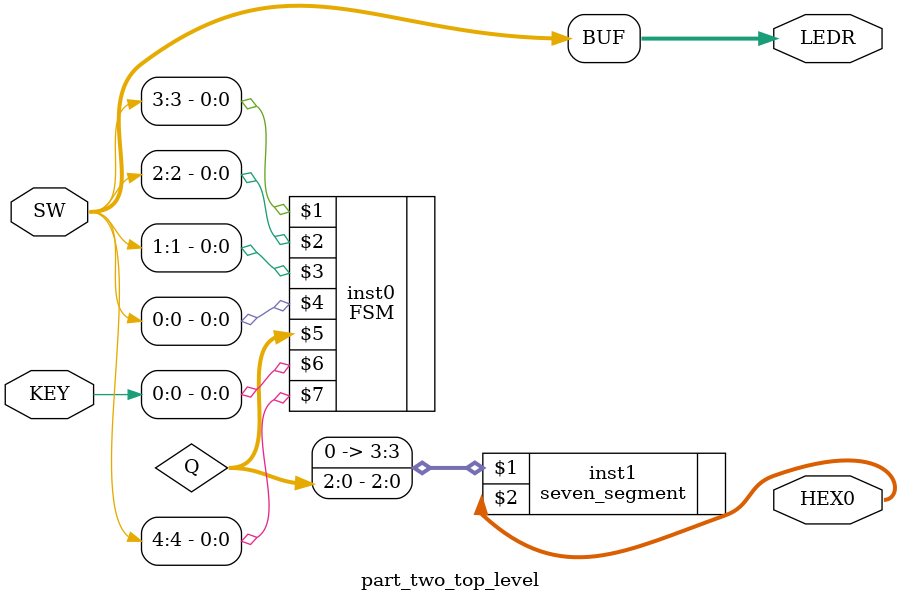
<source format=v>
module part_two_top_level (SW,LEDR,KEY,HEX0);	//module to connect FSM to hardware

	input wire [4:0]SW;	//input switches 4-0
	input wire [1:0]KEY;	//input keys 1-0
	output wire [6:0]HEX0;	//output HEX0
	output wire [4:0]LEDR;	//output red LEDS 4-0
	wire [2:0]Q;	//Wire for output of FSM to connect to seven segment module
	
	assign LEDR=SW;	//assign LEDs to switches
	
	FSM inst0(SW[3],SW[2],SW[1],SW[0],Q,KEY[0],SW[4]);	//instance of FSM using switches and keys as inputs
	
	seven_segment inst1 ({1'b0,Q},HEX0);	//Seven segment module instance to for output of FSM
	
	
endmodule	//end of module

</source>
